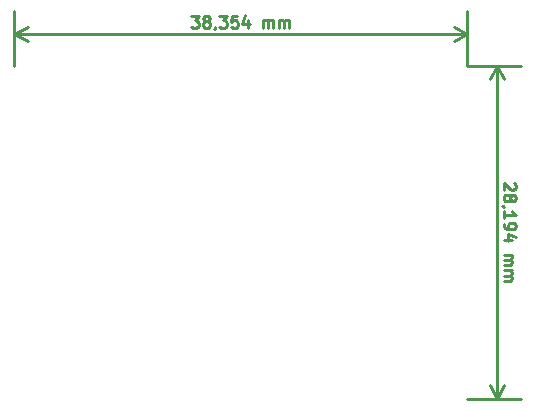
<source format=gbr>
%FSLAX46Y46*%
G04 Gerber Fmt 4.6, Leading zero omitted, Abs format (unit mm)*
G04 Created by KiCad (PCBNEW (2014-09-18 BZR 5141)-product) date So 20. září 2014, 01:51:59 CEST*
%MOMM*%
G01*
G04 APERTURE LIST*
%ADD10C,0.100000*%
%ADD11C,0.250000*%
G04 APERTURE END LIST*
D10*
D11*
X164393381Y-104061143D02*
X164441000Y-104108762D01*
X164488619Y-104204000D01*
X164488619Y-104442096D01*
X164441000Y-104537334D01*
X164393381Y-104584953D01*
X164298143Y-104632572D01*
X164202905Y-104632572D01*
X164060048Y-104584953D01*
X163488619Y-104013524D01*
X163488619Y-104632572D01*
X164060048Y-105204000D02*
X164107667Y-105108762D01*
X164155286Y-105061143D01*
X164250524Y-105013524D01*
X164298143Y-105013524D01*
X164393381Y-105061143D01*
X164441000Y-105108762D01*
X164488619Y-105204000D01*
X164488619Y-105394477D01*
X164441000Y-105489715D01*
X164393381Y-105537334D01*
X164298143Y-105584953D01*
X164250524Y-105584953D01*
X164155286Y-105537334D01*
X164107667Y-105489715D01*
X164060048Y-105394477D01*
X164060048Y-105204000D01*
X164012429Y-105108762D01*
X163964810Y-105061143D01*
X163869571Y-105013524D01*
X163679095Y-105013524D01*
X163583857Y-105061143D01*
X163536238Y-105108762D01*
X163488619Y-105204000D01*
X163488619Y-105394477D01*
X163536238Y-105489715D01*
X163583857Y-105537334D01*
X163679095Y-105584953D01*
X163869571Y-105584953D01*
X163964810Y-105537334D01*
X164012429Y-105489715D01*
X164060048Y-105394477D01*
X163536238Y-106061143D02*
X163488619Y-106061143D01*
X163393381Y-106013524D01*
X163345762Y-105965905D01*
X163488619Y-107013524D02*
X163488619Y-106442095D01*
X163488619Y-106727809D02*
X164488619Y-106727809D01*
X164345762Y-106632571D01*
X164250524Y-106537333D01*
X164202905Y-106442095D01*
X163488619Y-107489714D02*
X163488619Y-107680190D01*
X163536238Y-107775429D01*
X163583857Y-107823048D01*
X163726714Y-107918286D01*
X163917190Y-107965905D01*
X164298143Y-107965905D01*
X164393381Y-107918286D01*
X164441000Y-107870667D01*
X164488619Y-107775429D01*
X164488619Y-107584952D01*
X164441000Y-107489714D01*
X164393381Y-107442095D01*
X164298143Y-107394476D01*
X164060048Y-107394476D01*
X163964810Y-107442095D01*
X163917190Y-107489714D01*
X163869571Y-107584952D01*
X163869571Y-107775429D01*
X163917190Y-107870667D01*
X163964810Y-107918286D01*
X164060048Y-107965905D01*
X164155286Y-108823048D02*
X163488619Y-108823048D01*
X164536238Y-108584952D02*
X163821952Y-108346857D01*
X163821952Y-108965905D01*
X163488619Y-110108762D02*
X164155286Y-110108762D01*
X164060048Y-110108762D02*
X164107667Y-110156381D01*
X164155286Y-110251619D01*
X164155286Y-110394477D01*
X164107667Y-110489715D01*
X164012429Y-110537334D01*
X163488619Y-110537334D01*
X164012429Y-110537334D02*
X164107667Y-110584953D01*
X164155286Y-110680191D01*
X164155286Y-110823048D01*
X164107667Y-110918286D01*
X164012429Y-110965905D01*
X163488619Y-110965905D01*
X163488619Y-111442095D02*
X164155286Y-111442095D01*
X164060048Y-111442095D02*
X164107667Y-111489714D01*
X164155286Y-111584952D01*
X164155286Y-111727810D01*
X164107667Y-111823048D01*
X164012429Y-111870667D01*
X163488619Y-111870667D01*
X164012429Y-111870667D02*
X164107667Y-111918286D01*
X164155286Y-112013524D01*
X164155286Y-112156381D01*
X164107667Y-112251619D01*
X164012429Y-112299238D01*
X163488619Y-112299238D01*
X162941000Y-94107000D02*
X162941000Y-122301000D01*
X160401000Y-94107000D02*
X164941000Y-94107000D01*
X160401000Y-122301000D02*
X164941000Y-122301000D01*
X162941000Y-122301000D02*
X162354579Y-121174496D01*
X162941000Y-122301000D02*
X163527421Y-121174496D01*
X162941000Y-94107000D02*
X162354579Y-95233504D01*
X162941000Y-94107000D02*
X163527421Y-95233504D01*
X137033524Y-89892381D02*
X137652572Y-89892381D01*
X137319238Y-90273333D01*
X137462096Y-90273333D01*
X137557334Y-90320952D01*
X137604953Y-90368571D01*
X137652572Y-90463810D01*
X137652572Y-90701905D01*
X137604953Y-90797143D01*
X137557334Y-90844762D01*
X137462096Y-90892381D01*
X137176381Y-90892381D01*
X137081143Y-90844762D01*
X137033524Y-90797143D01*
X138224000Y-90320952D02*
X138128762Y-90273333D01*
X138081143Y-90225714D01*
X138033524Y-90130476D01*
X138033524Y-90082857D01*
X138081143Y-89987619D01*
X138128762Y-89940000D01*
X138224000Y-89892381D01*
X138414477Y-89892381D01*
X138509715Y-89940000D01*
X138557334Y-89987619D01*
X138604953Y-90082857D01*
X138604953Y-90130476D01*
X138557334Y-90225714D01*
X138509715Y-90273333D01*
X138414477Y-90320952D01*
X138224000Y-90320952D01*
X138128762Y-90368571D01*
X138081143Y-90416190D01*
X138033524Y-90511429D01*
X138033524Y-90701905D01*
X138081143Y-90797143D01*
X138128762Y-90844762D01*
X138224000Y-90892381D01*
X138414477Y-90892381D01*
X138509715Y-90844762D01*
X138557334Y-90797143D01*
X138604953Y-90701905D01*
X138604953Y-90511429D01*
X138557334Y-90416190D01*
X138509715Y-90368571D01*
X138414477Y-90320952D01*
X139081143Y-90844762D02*
X139081143Y-90892381D01*
X139033524Y-90987619D01*
X138985905Y-91035238D01*
X139414476Y-89892381D02*
X140033524Y-89892381D01*
X139700190Y-90273333D01*
X139843048Y-90273333D01*
X139938286Y-90320952D01*
X139985905Y-90368571D01*
X140033524Y-90463810D01*
X140033524Y-90701905D01*
X139985905Y-90797143D01*
X139938286Y-90844762D01*
X139843048Y-90892381D01*
X139557333Y-90892381D01*
X139462095Y-90844762D01*
X139414476Y-90797143D01*
X140938286Y-89892381D02*
X140462095Y-89892381D01*
X140414476Y-90368571D01*
X140462095Y-90320952D01*
X140557333Y-90273333D01*
X140795429Y-90273333D01*
X140890667Y-90320952D01*
X140938286Y-90368571D01*
X140985905Y-90463810D01*
X140985905Y-90701905D01*
X140938286Y-90797143D01*
X140890667Y-90844762D01*
X140795429Y-90892381D01*
X140557333Y-90892381D01*
X140462095Y-90844762D01*
X140414476Y-90797143D01*
X141843048Y-90225714D02*
X141843048Y-90892381D01*
X141604952Y-89844762D02*
X141366857Y-90559048D01*
X141985905Y-90559048D01*
X143128762Y-90892381D02*
X143128762Y-90225714D01*
X143128762Y-90320952D02*
X143176381Y-90273333D01*
X143271619Y-90225714D01*
X143414477Y-90225714D01*
X143509715Y-90273333D01*
X143557334Y-90368571D01*
X143557334Y-90892381D01*
X143557334Y-90368571D02*
X143604953Y-90273333D01*
X143700191Y-90225714D01*
X143843048Y-90225714D01*
X143938286Y-90273333D01*
X143985905Y-90368571D01*
X143985905Y-90892381D01*
X144462095Y-90892381D02*
X144462095Y-90225714D01*
X144462095Y-90320952D02*
X144509714Y-90273333D01*
X144604952Y-90225714D01*
X144747810Y-90225714D01*
X144843048Y-90273333D01*
X144890667Y-90368571D01*
X144890667Y-90892381D01*
X144890667Y-90368571D02*
X144938286Y-90273333D01*
X145033524Y-90225714D01*
X145176381Y-90225714D01*
X145271619Y-90273333D01*
X145319238Y-90368571D01*
X145319238Y-90892381D01*
X122047000Y-91440000D02*
X160401000Y-91440000D01*
X122047000Y-94107000D02*
X122047000Y-89440000D01*
X160401000Y-94107000D02*
X160401000Y-89440000D01*
X160401000Y-91440000D02*
X159274496Y-92026421D01*
X160401000Y-91440000D02*
X159274496Y-90853579D01*
X122047000Y-91440000D02*
X123173504Y-92026421D01*
X122047000Y-91440000D02*
X123173504Y-90853579D01*
M02*

</source>
